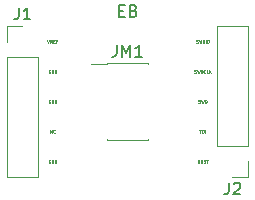
<source format=gbr>
%TF.GenerationSoftware,KiCad,Pcbnew,(6.0.6)*%
%TF.CreationDate,2022-07-22T01:14:47+01:00*%
%TF.ProjectId,SWD_CONN,5357445f-434f-44e4-9e2e-6b696361645f,rev?*%
%TF.SameCoordinates,Original*%
%TF.FileFunction,Legend,Top*%
%TF.FilePolarity,Positive*%
%FSLAX46Y46*%
G04 Gerber Fmt 4.6, Leading zero omitted, Abs format (unit mm)*
G04 Created by KiCad (PCBNEW (6.0.6)) date 2022-07-22 01:14:47*
%MOMM*%
%LPD*%
G01*
G04 APERTURE LIST*
%ADD10C,0.062500*%
%ADD11C,0.150000*%
%ADD12C,0.120000*%
G04 APERTURE END LIST*
D10*
X121729523Y-84965000D02*
X121705714Y-84953095D01*
X121670000Y-84953095D01*
X121634285Y-84965000D01*
X121610476Y-84988809D01*
X121598571Y-85012619D01*
X121586666Y-85060238D01*
X121586666Y-85095952D01*
X121598571Y-85143571D01*
X121610476Y-85167380D01*
X121634285Y-85191190D01*
X121670000Y-85203095D01*
X121693809Y-85203095D01*
X121729523Y-85191190D01*
X121741428Y-85179285D01*
X121741428Y-85095952D01*
X121693809Y-85095952D01*
X121848571Y-85203095D02*
X121848571Y-84953095D01*
X121991428Y-85203095D01*
X121991428Y-84953095D01*
X122110476Y-85203095D02*
X122110476Y-84953095D01*
X122170000Y-84953095D01*
X122205714Y-84965000D01*
X122229523Y-84988809D01*
X122241428Y-85012619D01*
X122253333Y-85060238D01*
X122253333Y-85095952D01*
X122241428Y-85143571D01*
X122229523Y-85167380D01*
X122205714Y-85191190D01*
X122170000Y-85203095D01*
X122110476Y-85203095D01*
X121729523Y-90045000D02*
X121705714Y-90033095D01*
X121670000Y-90033095D01*
X121634285Y-90045000D01*
X121610476Y-90068809D01*
X121598571Y-90092619D01*
X121586666Y-90140238D01*
X121586666Y-90175952D01*
X121598571Y-90223571D01*
X121610476Y-90247380D01*
X121634285Y-90271190D01*
X121670000Y-90283095D01*
X121693809Y-90283095D01*
X121729523Y-90271190D01*
X121741428Y-90259285D01*
X121741428Y-90175952D01*
X121693809Y-90175952D01*
X121848571Y-90283095D02*
X121848571Y-90033095D01*
X121991428Y-90283095D01*
X121991428Y-90033095D01*
X122110476Y-90283095D02*
X122110476Y-90033095D01*
X122170000Y-90033095D01*
X122205714Y-90045000D01*
X122229523Y-90068809D01*
X122241428Y-90092619D01*
X122253333Y-90140238D01*
X122253333Y-90175952D01*
X122241428Y-90223571D01*
X122229523Y-90247380D01*
X122205714Y-90271190D01*
X122170000Y-90283095D01*
X122110476Y-90283095D01*
X121723571Y-87743095D02*
X121723571Y-87493095D01*
X121866428Y-87743095D01*
X121866428Y-87493095D01*
X122128333Y-87719285D02*
X122116428Y-87731190D01*
X122080714Y-87743095D01*
X122056904Y-87743095D01*
X122021190Y-87731190D01*
X121997380Y-87707380D01*
X121985476Y-87683571D01*
X121973571Y-87635952D01*
X121973571Y-87600238D01*
X121985476Y-87552619D01*
X121997380Y-87528809D01*
X122021190Y-87505000D01*
X122056904Y-87493095D01*
X122080714Y-87493095D01*
X122116428Y-87505000D01*
X122128333Y-87516904D01*
X121729523Y-82425000D02*
X121705714Y-82413095D01*
X121670000Y-82413095D01*
X121634285Y-82425000D01*
X121610476Y-82448809D01*
X121598571Y-82472619D01*
X121586666Y-82520238D01*
X121586666Y-82555952D01*
X121598571Y-82603571D01*
X121610476Y-82627380D01*
X121634285Y-82651190D01*
X121670000Y-82663095D01*
X121693809Y-82663095D01*
X121729523Y-82651190D01*
X121741428Y-82639285D01*
X121741428Y-82555952D01*
X121693809Y-82555952D01*
X121848571Y-82663095D02*
X121848571Y-82413095D01*
X121991428Y-82663095D01*
X121991428Y-82413095D01*
X122110476Y-82663095D02*
X122110476Y-82413095D01*
X122170000Y-82413095D01*
X122205714Y-82425000D01*
X122229523Y-82448809D01*
X122241428Y-82472619D01*
X122253333Y-82520238D01*
X122253333Y-82555952D01*
X122241428Y-82603571D01*
X122229523Y-82627380D01*
X122205714Y-82651190D01*
X122170000Y-82663095D01*
X122110476Y-82663095D01*
X121486686Y-79853184D02*
X121570019Y-80103184D01*
X121653353Y-79853184D01*
X121879543Y-80103184D02*
X121796210Y-79984136D01*
X121736686Y-80103184D02*
X121736686Y-79853184D01*
X121831924Y-79853184D01*
X121855734Y-79865089D01*
X121867638Y-79876993D01*
X121879543Y-79900803D01*
X121879543Y-79936517D01*
X121867638Y-79960327D01*
X121855734Y-79972231D01*
X121831924Y-79984136D01*
X121736686Y-79984136D01*
X121986686Y-79972231D02*
X122070019Y-79972231D01*
X122105734Y-80103184D02*
X121986686Y-80103184D01*
X121986686Y-79853184D01*
X122105734Y-79853184D01*
X122296210Y-79972231D02*
X122212877Y-79972231D01*
X122212877Y-80103184D02*
X122212877Y-79853184D01*
X122331924Y-79853184D01*
X134209284Y-90271718D02*
X134209284Y-90021718D01*
X134352141Y-90271718D01*
X134352141Y-90021718D01*
X134614046Y-90271718D02*
X134530713Y-90152670D01*
X134471189Y-90271718D02*
X134471189Y-90021718D01*
X134566427Y-90021718D01*
X134590237Y-90033623D01*
X134602141Y-90045527D01*
X134614046Y-90069337D01*
X134614046Y-90105051D01*
X134602141Y-90128861D01*
X134590237Y-90140765D01*
X134566427Y-90152670D01*
X134471189Y-90152670D01*
X134709284Y-90259813D02*
X134744999Y-90271718D01*
X134804522Y-90271718D01*
X134828332Y-90259813D01*
X134840237Y-90247908D01*
X134852141Y-90224099D01*
X134852141Y-90200289D01*
X134840237Y-90176480D01*
X134828332Y-90164575D01*
X134804522Y-90152670D01*
X134756903Y-90140765D01*
X134733094Y-90128861D01*
X134721189Y-90116956D01*
X134709284Y-90093146D01*
X134709284Y-90069337D01*
X134721189Y-90045527D01*
X134733094Y-90033623D01*
X134756903Y-90021718D01*
X134816427Y-90021718D01*
X134852141Y-90033623D01*
X134923570Y-90021718D02*
X135066427Y-90021718D01*
X134994999Y-90271718D02*
X134994999Y-90021718D01*
X134364047Y-87493095D02*
X134506904Y-87493095D01*
X134435476Y-87743095D02*
X134435476Y-87493095D01*
X134590238Y-87743095D02*
X134590238Y-87493095D01*
X134649761Y-87493095D01*
X134685476Y-87505000D01*
X134709285Y-87528809D01*
X134721190Y-87552619D01*
X134733095Y-87600238D01*
X134733095Y-87635952D01*
X134721190Y-87683571D01*
X134709285Y-87707380D01*
X134685476Y-87731190D01*
X134649761Y-87743095D01*
X134590238Y-87743095D01*
X134840238Y-87743095D02*
X134840238Y-87493095D01*
X134274761Y-85191190D02*
X134310476Y-85203095D01*
X134370000Y-85203095D01*
X134393809Y-85191190D01*
X134405714Y-85179285D01*
X134417619Y-85155476D01*
X134417619Y-85131666D01*
X134405714Y-85107857D01*
X134393809Y-85095952D01*
X134370000Y-85084047D01*
X134322380Y-85072142D01*
X134298571Y-85060238D01*
X134286666Y-85048333D01*
X134274761Y-85024523D01*
X134274761Y-85000714D01*
X134286666Y-84976904D01*
X134298571Y-84965000D01*
X134322380Y-84953095D01*
X134381904Y-84953095D01*
X134417619Y-84965000D01*
X134500952Y-84953095D02*
X134560476Y-85203095D01*
X134608095Y-85024523D01*
X134655714Y-85203095D01*
X134715238Y-84953095D01*
X134858095Y-84953095D02*
X134905714Y-84953095D01*
X134929523Y-84965000D01*
X134953333Y-84988809D01*
X134965238Y-85036428D01*
X134965238Y-85119761D01*
X134953333Y-85167380D01*
X134929523Y-85191190D01*
X134905714Y-85203095D01*
X134858095Y-85203095D01*
X134834285Y-85191190D01*
X134810476Y-85167380D01*
X134798571Y-85119761D01*
X134798571Y-85036428D01*
X134810476Y-84988809D01*
X134834285Y-84965000D01*
X134858095Y-84953095D01*
X133929523Y-82651190D02*
X133965238Y-82663095D01*
X134024761Y-82663095D01*
X134048571Y-82651190D01*
X134060476Y-82639285D01*
X134072380Y-82615476D01*
X134072380Y-82591666D01*
X134060476Y-82567857D01*
X134048571Y-82555952D01*
X134024761Y-82544047D01*
X133977142Y-82532142D01*
X133953333Y-82520238D01*
X133941428Y-82508333D01*
X133929523Y-82484523D01*
X133929523Y-82460714D01*
X133941428Y-82436904D01*
X133953333Y-82425000D01*
X133977142Y-82413095D01*
X134036666Y-82413095D01*
X134072380Y-82425000D01*
X134155714Y-82413095D02*
X134215238Y-82663095D01*
X134262857Y-82484523D01*
X134310476Y-82663095D01*
X134370000Y-82413095D01*
X134465238Y-82663095D02*
X134465238Y-82413095D01*
X134524761Y-82413095D01*
X134560476Y-82425000D01*
X134584285Y-82448809D01*
X134596190Y-82472619D01*
X134608095Y-82520238D01*
X134608095Y-82555952D01*
X134596190Y-82603571D01*
X134584285Y-82627380D01*
X134560476Y-82651190D01*
X134524761Y-82663095D01*
X134465238Y-82663095D01*
X134858095Y-82639285D02*
X134846190Y-82651190D01*
X134810476Y-82663095D01*
X134786666Y-82663095D01*
X134750952Y-82651190D01*
X134727142Y-82627380D01*
X134715238Y-82603571D01*
X134703333Y-82555952D01*
X134703333Y-82520238D01*
X134715238Y-82472619D01*
X134727142Y-82448809D01*
X134750952Y-82425000D01*
X134786666Y-82413095D01*
X134810476Y-82413095D01*
X134846190Y-82425000D01*
X134858095Y-82436904D01*
X135084285Y-82663095D02*
X134965238Y-82663095D01*
X134965238Y-82413095D01*
X135167619Y-82663095D02*
X135167619Y-82413095D01*
X135310476Y-82663095D02*
X135203333Y-82520238D01*
X135310476Y-82413095D02*
X135167619Y-82555952D01*
X134090238Y-80111190D02*
X134125952Y-80123095D01*
X134185476Y-80123095D01*
X134209285Y-80111190D01*
X134221190Y-80099285D01*
X134233095Y-80075476D01*
X134233095Y-80051666D01*
X134221190Y-80027857D01*
X134209285Y-80015952D01*
X134185476Y-80004047D01*
X134137857Y-79992142D01*
X134114047Y-79980238D01*
X134102142Y-79968333D01*
X134090238Y-79944523D01*
X134090238Y-79920714D01*
X134102142Y-79896904D01*
X134114047Y-79885000D01*
X134137857Y-79873095D01*
X134197380Y-79873095D01*
X134233095Y-79885000D01*
X134316428Y-79873095D02*
X134375952Y-80123095D01*
X134423571Y-79944523D01*
X134471190Y-80123095D01*
X134530714Y-79873095D01*
X134625952Y-80123095D02*
X134625952Y-79873095D01*
X134685476Y-79873095D01*
X134721190Y-79885000D01*
X134745000Y-79908809D01*
X134756904Y-79932619D01*
X134768809Y-79980238D01*
X134768809Y-80015952D01*
X134756904Y-80063571D01*
X134745000Y-80087380D01*
X134721190Y-80111190D01*
X134685476Y-80123095D01*
X134625952Y-80123095D01*
X134875952Y-80123095D02*
X134875952Y-79873095D01*
X135042619Y-79873095D02*
X135090238Y-79873095D01*
X135114047Y-79885000D01*
X135137857Y-79908809D01*
X135149761Y-79956428D01*
X135149761Y-80039761D01*
X135137857Y-80087380D01*
X135114047Y-80111190D01*
X135090238Y-80123095D01*
X135042619Y-80123095D01*
X135018809Y-80111190D01*
X134995000Y-80087380D01*
X134983095Y-80039761D01*
X134983095Y-79956428D01*
X134995000Y-79908809D01*
X135018809Y-79885000D01*
X135042619Y-79873095D01*
D11*
X127555714Y-77398571D02*
X127889047Y-77398571D01*
X128031904Y-77922380D02*
X127555714Y-77922380D01*
X127555714Y-76922380D01*
X128031904Y-76922380D01*
X128793809Y-77398571D02*
X128936666Y-77446190D01*
X128984285Y-77493809D01*
X129031904Y-77589047D01*
X129031904Y-77731904D01*
X128984285Y-77827142D01*
X128936666Y-77874761D01*
X128841428Y-77922380D01*
X128460476Y-77922380D01*
X128460476Y-76922380D01*
X128793809Y-76922380D01*
X128889047Y-76970000D01*
X128936666Y-77017619D01*
X128984285Y-77112857D01*
X128984285Y-77208095D01*
X128936666Y-77303333D01*
X128889047Y-77350952D01*
X128793809Y-77398571D01*
X128460476Y-77398571D01*
%TO.C,J1*%
X119046666Y-77132380D02*
X119046666Y-77846666D01*
X118999047Y-77989523D01*
X118903809Y-78084761D01*
X118760952Y-78132380D01*
X118665714Y-78132380D01*
X120046666Y-78132380D02*
X119475238Y-78132380D01*
X119760952Y-78132380D02*
X119760952Y-77132380D01*
X119665714Y-77275238D01*
X119570476Y-77370476D01*
X119475238Y-77418095D01*
%TO.C,JM1*%
X127365238Y-80307380D02*
X127365238Y-81021666D01*
X127317619Y-81164523D01*
X127222380Y-81259761D01*
X127079523Y-81307380D01*
X126984285Y-81307380D01*
X127841428Y-81307380D02*
X127841428Y-80307380D01*
X128174761Y-81021666D01*
X128508095Y-80307380D01*
X128508095Y-81307380D01*
X129508095Y-81307380D02*
X128936666Y-81307380D01*
X129222380Y-81307380D02*
X129222380Y-80307380D01*
X129127142Y-80450238D01*
X129031904Y-80545476D01*
X128936666Y-80593095D01*
%TO.C,J2*%
X136826666Y-91947380D02*
X136826666Y-92661666D01*
X136779047Y-92804523D01*
X136683809Y-92899761D01*
X136540952Y-92947380D01*
X136445714Y-92947380D01*
X137255238Y-92042619D02*
X137302857Y-91995000D01*
X137398095Y-91947380D01*
X137636190Y-91947380D01*
X137731428Y-91995000D01*
X137779047Y-92042619D01*
X137826666Y-92137857D01*
X137826666Y-92233095D01*
X137779047Y-92375952D01*
X137207619Y-92947380D01*
X137826666Y-92947380D01*
D12*
%TO.C,J1*%
X118050000Y-91500000D02*
X120710000Y-91500000D01*
X118050000Y-81280000D02*
X120710000Y-81280000D01*
X118050000Y-80010000D02*
X118050000Y-78680000D01*
X118050000Y-81280000D02*
X118050000Y-91500000D01*
X120710000Y-81280000D02*
X120710000Y-91500000D01*
X118050000Y-78680000D02*
X119380000Y-78680000D01*
%TO.C,JM1*%
X126505000Y-88325000D02*
X130035000Y-88325000D01*
X126505000Y-81855000D02*
X130035000Y-81855000D01*
X130035000Y-88260000D02*
X130035000Y-88325000D01*
X125180000Y-81920000D02*
X126505000Y-81920000D01*
X126505000Y-88260000D02*
X126505000Y-88325000D01*
X130035000Y-81855000D02*
X130035000Y-81920000D01*
X126505000Y-81855000D02*
X126505000Y-81920000D01*
%TO.C,J2*%
X138490000Y-88895000D02*
X138490000Y-78675000D01*
X138490000Y-90165000D02*
X138490000Y-91495000D01*
X138490000Y-78675000D02*
X135830000Y-78675000D01*
X135830000Y-88895000D02*
X135830000Y-78675000D01*
X138490000Y-88895000D02*
X135830000Y-88895000D01*
X138490000Y-91495000D02*
X137160000Y-91495000D01*
%TD*%
M02*

</source>
